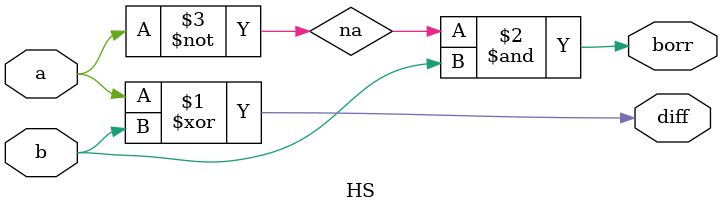
<source format=v>
`timescale 1ns / 1ps


module FS(
input a, b, b_in,
output diff, b_out
);
wire w1,b_0,b_1;
HS S1 (a, b, w1, b_0);
HS S2 (w1, b_in, diff, b_1);
or o1 (b_out, b_0, b_1);
endmodule

module HS(
input a,b,
output diff, borr
);
wire na;
xor x1 (diff, a, b);
not n1 (na, a);
and a1 (borr, na, b);
endmodule

</source>
